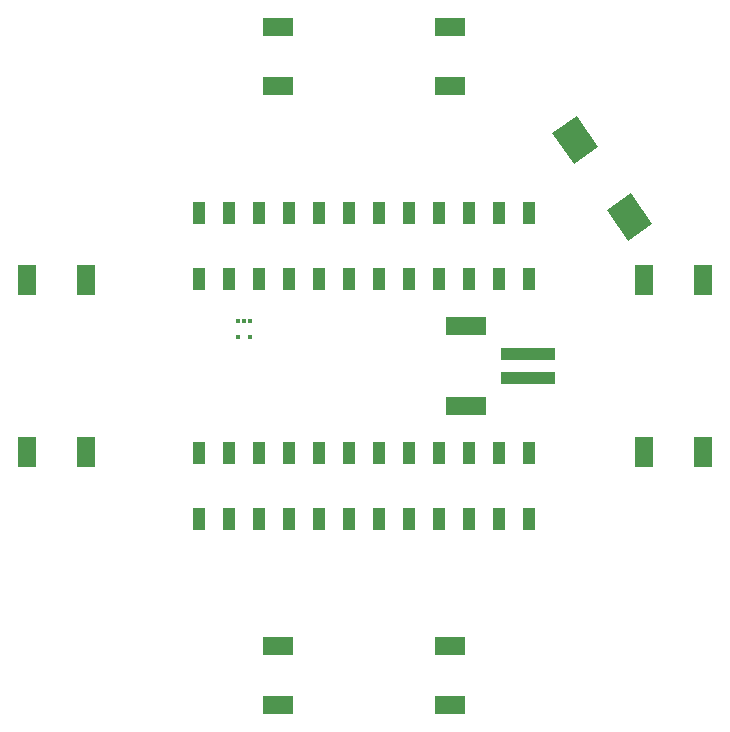
<source format=gbp>
G75*
%MOIN*%
%OFA0B0*%
%FSLAX25Y25*%
%IPPOS*%
%LPD*%
%AMOC8*
5,1,8,0,0,1.08239X$1,22.5*
%
%ADD10R,0.06299X0.10000*%
%ADD11R,0.10000X0.06299*%
%ADD12R,0.18110X0.03937*%
%ADD13R,0.13386X0.06299*%
%ADD14R,0.01181X0.01772*%
%ADD15R,0.12598X0.09843*%
%ADD16R,0.03900X0.07200*%
D10*
X0018357Y0103060D03*
X0038043Y0103060D03*
X0224157Y0103060D03*
X0243843Y0103060D03*
X0243843Y0160540D03*
X0224157Y0160540D03*
X0038043Y0160540D03*
X0018357Y0160540D03*
D11*
X0102060Y0018757D03*
X0102060Y0038443D03*
X0159540Y0038443D03*
X0159540Y0018757D03*
X0159440Y0225157D03*
X0159440Y0244843D03*
X0101960Y0244843D03*
X0101960Y0225157D03*
D12*
X0185367Y0135737D03*
X0185367Y0127863D03*
D13*
X0164894Y0118414D03*
X0164894Y0145186D03*
D14*
X0092769Y0146800D03*
X0090800Y0146800D03*
X0088831Y0146800D03*
X0088831Y0141485D03*
X0092769Y0141485D03*
D15*
G36*
X0218815Y0173418D02*
X0211589Y0183737D01*
X0219651Y0189382D01*
X0226877Y0179063D01*
X0218815Y0173418D01*
G37*
G36*
X0200749Y0199218D02*
X0193523Y0209537D01*
X0201585Y0215182D01*
X0208811Y0204863D01*
X0200749Y0199218D01*
G37*
D16*
X0185800Y0182800D03*
X0175800Y0182800D03*
X0165800Y0182800D03*
X0155800Y0182800D03*
X0145800Y0182800D03*
X0135800Y0182800D03*
X0125800Y0182800D03*
X0115800Y0182800D03*
X0105800Y0182800D03*
X0095800Y0182800D03*
X0085800Y0182800D03*
X0075800Y0182800D03*
X0075800Y0160800D03*
X0085800Y0160800D03*
X0095800Y0160800D03*
X0105800Y0160800D03*
X0115800Y0160800D03*
X0125800Y0160800D03*
X0135800Y0160800D03*
X0145800Y0160800D03*
X0155800Y0160800D03*
X0165800Y0160800D03*
X0175800Y0160800D03*
X0185800Y0160800D03*
X0185800Y0102800D03*
X0175800Y0102800D03*
X0165800Y0102800D03*
X0155800Y0102800D03*
X0145800Y0102800D03*
X0135800Y0102800D03*
X0125800Y0102800D03*
X0115800Y0102800D03*
X0105800Y0102800D03*
X0095800Y0102800D03*
X0085800Y0102800D03*
X0075800Y0102800D03*
X0075800Y0080800D03*
X0085800Y0080800D03*
X0095800Y0080800D03*
X0105800Y0080800D03*
X0115800Y0080800D03*
X0125800Y0080800D03*
X0135800Y0080800D03*
X0145800Y0080800D03*
X0155800Y0080800D03*
X0165800Y0080800D03*
X0175800Y0080800D03*
X0185800Y0080800D03*
M02*

</source>
